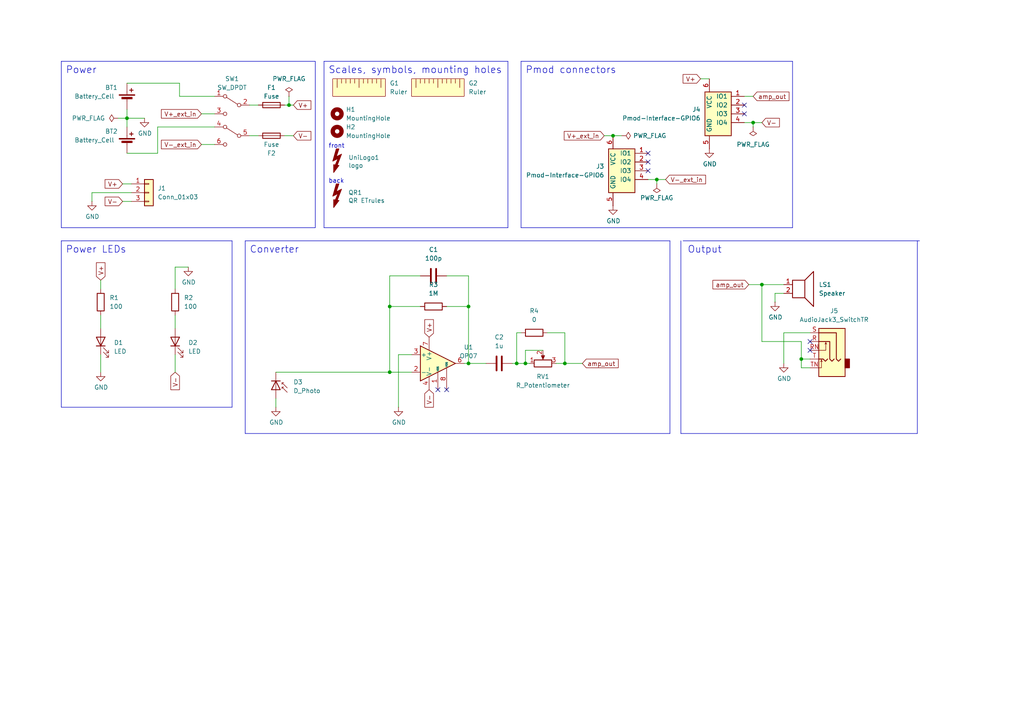
<source format=kicad_sch>
(kicad_sch (version 20231120) (generator "eeschema") (generator_version "8.0")
  (paper "A4")
  (lib_symbols
    (symbol "Amplifier_Operational:OP07" (pin_names (offset 0.127))
      (property "Reference" "U" (at 1.27 6.35 0))
      (property "Value" "OP07" (at 1.27 3.81 0))
      (symbol "OP07_0_1"
        (polyline (pts (xy -5.08 5.08) (xy 5.08 0) (xy -5.08 -5.08) (xy -5.08 5.08)) (stroke (width 0.254)) (fill (type background)))
      )
      (symbol "OP07_1_1"
        (pin input line (at 0 -7.62 90) (length 5.08) (name "VOS") (number "1"))
        (pin input line (at -7.62 -2.54 0) (length 2.54) (name "-") (number "2"))
        (pin input line (at -7.62 2.54 0) (length 2.54) (name "+") (number "3"))
        (pin power_in line (at -2.54 -7.62 90) (length 3.81) (name "V-") (number "4"))
        (pin no_connect line (at 0 2.54 270) (length 2.54) hide (name "NC") (number "5"))
        (pin output line (at 7.62 0 180) (length 2.54) (name "~") (number "6"))
        (pin power_in line (at -2.54 7.62 270) (length 3.81) (name "V+") (number "7"))
        (pin input line (at 2.54 -7.62 90) (length 6.35) (name "VOS") (number "8"))
      )
    )
    (symbol "Connector_Audio:AudioJack3_SwitchTR"
      (property "Reference" "J" (at 0 8.89 0))
      (property "Value" "AudioJack3_SwitchTR" (at 0 6.35 0))
      (symbol "AudioJack3_SwitchTR_0_1"
        (rectangle (start -5.08 -5.08) (end -6.35 -7.62) (stroke (width 0.254)) (fill (type outline)))
        (polyline (pts (xy 0.508 -0.254) (xy 0.762 -0.762)))
        (polyline (pts (xy 1.778 -5.334) (xy 2.032 -5.842)))
        (polyline (pts (xy 0 -5.08) (xy 0.635 -5.715) (xy 1.27 -5.08) (xy 2.54 -5.08)) (stroke (width 0.254)))
        (polyline (pts (xy 2.54 -7.62) (xy 1.778 -7.62) (xy 1.778 -5.334) (xy 1.524 -5.842)))
        (polyline (pts (xy 2.54 -2.54) (xy 0.508 -2.54) (xy 0.508 -0.254) (xy 0.254 -0.762)))
        (polyline (pts (xy -1.905 -5.08) (xy -1.27 -5.715) (xy -0.635 -5.08) (xy -0.635 0) (xy 2.54 0)) (stroke (width 0.254)))
        (polyline (pts (xy 2.54 2.54) (xy -2.54 2.54) (xy -2.54 -5.08) (xy -3.175 -5.715) (xy -3.81 -5.08)) (stroke (width 0.254)))
        (rectangle (start 2.54 3.81) (end -5.08 -10.16) (stroke (width 0.254)) (fill (type background)))
      )
      (symbol "AudioJack3_SwitchTR_1_1"
        (pin passive line (at 5.08 0 180) (length 2.54) (name "~") (number "R"))
        (pin passive line (at 5.08 -2.54 180) (length 2.54) (name "~") (number "RN"))
        (pin passive line (at 5.08 2.54 180) (length 2.54) (name "~") (number "S"))
        (pin passive line (at 5.08 -5.08 180) (length 2.54) (name "~") (number "T"))
        (pin passive line (at 5.08 -7.62 180) (length 2.54) (name "~") (number "TN"))
      )
    )
    (symbol "Connector_Generic:Conn_01x03" (pin_names (offset 1.016) hide)
      (property "Reference" "J" (at 0 5.08 0))
      (property "Value" "Conn_01x03" (at 0 -5.08 0))
      (symbol "Conn_01x03_1_1"
        (rectangle (start -1.27 -2.413) (end 0 -2.667) (stroke (width 0.1524)))
        (rectangle (start -1.27 0.127) (end 0 -0.127) (stroke (width 0.1524)))
        (rectangle (start -1.27 2.667) (end 0 2.413) (stroke (width 0.1524)))
        (rectangle (start -1.27 3.81) (end 1.27 -3.81) (stroke (width 0.254)) (fill (type background)))
        (pin passive line (at -5.08 2.54 0) (length 3.81) (name "Pin_1") (number "1"))
        (pin passive line (at -5.08 0 0) (length 3.81) (name "Pin_2") (number "2"))
        (pin passive line (at -5.08 -2.54 0) (length 3.81) (name "Pin_3") (number "3"))
      )
    )
    (symbol "Device:Battery_Cell" (pin_numbers hide) (pin_names (offset 0) hide)
      (property "Reference" "BT" (at 2.54 2.54 0))
      (property "Value" "Battery_Cell" (at 2.54 0 0))
      (symbol "Battery_Cell_0_1"
        (rectangle (start -2.286 1.778) (end 2.286 1.524) (fill (type outline)))
        (rectangle (start -1.524 1.016) (end 1.524 0.508) (fill (type outline)))
        (polyline (pts (xy 0 0.762) (xy 0 0)))
        (polyline (pts (xy 0 1.778) (xy 0 2.54)))
        (polyline (pts (xy 0.762 3.048) (xy 1.778 3.048)) (stroke (width 0.254)))
        (polyline (pts (xy 1.27 3.556) (xy 1.27 2.54)) (stroke (width 0.254)))
      )
      (symbol "Battery_Cell_1_1"
        (pin passive line (at 0 5.08 270) (length 2.54) (name "+") (number "1"))
        (pin passive line (at 0 -2.54 90) (length 2.54) (name "-") (number "2"))
      )
    )
    (symbol "Device:C" (pin_numbers hide) (pin_names (offset 0.254))
      (property "Reference" "C" (at 0.635 2.54 0))
      (property "Value" "C" (at 0.635 -2.54 0))
      (symbol "C_0_1"
        (polyline (pts (xy -2.032 -0.762) (xy 2.032 -0.762)) (stroke (width 0.508)))
        (polyline (pts (xy -2.032 0.762) (xy 2.032 0.762)) (stroke (width 0.508)))
      )
      (symbol "C_1_1"
        (pin passive line (at 0 3.81 270) (length 2.794) (name "~") (number "1"))
        (pin passive line (at 0 -3.81 90) (length 2.794) (name "~") (number "2"))
      )
    )
    (symbol "Device:D_Photo" (pin_numbers hide) (pin_names hide)
      (property "Reference" "D" (at 0.508 1.778 0))
      (property "Value" "D_Photo" (at -1.016 -2.794 0))
      (symbol "D_Photo_0_1"
        (polyline (pts (xy -2.54 1.27) (xy -2.54 -1.27)) (stroke (width 0.254)))
        (polyline (pts (xy -2.032 1.778) (xy -1.524 1.778)))
        (polyline (pts (xy 0 0) (xy -2.54 0)))
        (polyline (pts (xy -0.508 3.302) (xy -2.032 1.778) (xy -2.032 2.286)))
        (polyline (pts (xy 0 -1.27) (xy 0 1.27) (xy -2.54 0) (xy 0 -1.27)) (stroke (width 0.254)))
        (polyline (pts (xy 0.762 3.302) (xy -0.762 1.778) (xy -0.762 2.286) (xy -0.762 1.778) (xy -0.254 1.778)))
      )
      (symbol "D_Photo_1_1"
        (pin passive line (at -5.08 0 0) (length 2.54) (name "K") (number "1"))
        (pin passive line (at 2.54 0 180) (length 2.54) (name "A") (number "2"))
      )
    )
    (symbol "Device:Fuse" (pin_numbers hide) (pin_names (offset 0))
      (property "Reference" "F" (at 2.032 0 90))
      (property "Value" "Fuse" (at -1.905 0 90))
      (symbol "Fuse_0_1"
        (rectangle (start -0.762 -2.54) (end 0.762 2.54) (stroke (width 0.254)))
        (polyline (pts (xy 0 2.54) (xy 0 -2.54)))
      )
      (symbol "Fuse_1_1"
        (pin passive line (at 0 3.81 270) (length 1.27) (name "~") (number "1"))
        (pin passive line (at 0 -3.81 90) (length 1.27) (name "~") (number "2"))
      )
    )
    (symbol "Device:LED" (pin_numbers hide) (pin_names (offset 1.016) hide)
      (property "Reference" "D" (at 0 2.54 0))
      (property "Value" "LED" (at 0 -2.54 0))
      (symbol "LED_0_1"
        (polyline (pts (xy -1.27 -1.27) (xy -1.27 1.27)) (stroke (width 0.254)))
        (polyline (pts (xy -1.27 0) (xy 1.27 0)))
        (polyline (pts (xy 1.27 -1.27) (xy 1.27 1.27) (xy -1.27 0) (xy 1.27 -1.27)) (stroke (width 0.254)))
        (polyline (pts (xy -3.048 -0.762) (xy -4.572 -2.286) (xy -3.81 -2.286) (xy -4.572 -2.286) (xy -4.572 -1.524)))
        (polyline (pts (xy -1.778 -0.762) (xy -3.302 -2.286) (xy -2.54 -2.286) (xy -3.302 -2.286) (xy -3.302 -1.524)))
      )
      (symbol "LED_1_1"
        (pin passive line (at -3.81 0 0) (length 2.54) (name "K") (number "1"))
        (pin passive line (at 3.81 0 180) (length 2.54) (name "A") (number "2"))
      )
    )
    (symbol "Device:R" (pin_numbers hide) (pin_names (offset 0))
      (property "Reference" "R" (at 2.032 0 90))
      (property "Value" "R" (at 0 0 90))
      (symbol "R_0_1"
        (rectangle (start -1.016 -2.54) (end 1.016 2.54) (stroke (width 0.254)))
      )
      (symbol "R_1_1"
        (pin passive line (at 0 3.81 270) (length 1.27) (name "~") (number "1"))
        (pin passive line (at 0 -3.81 90) (length 1.27) (name "~") (number "2"))
      )
    )
    (symbol "Device:R_Potentiometer" (pin_names (offset 1.016) hide)
      (property "Reference" "RV" (at -4.445 0 90))
      (property "Value" "R_Potentiometer" (at -2.54 0 90))
      (symbol "R_Potentiometer_0_1"
        (polyline (pts (xy 2.54 0) (xy 1.524 0)))
        (polyline (pts (xy 1.143 0) (xy 2.286 0.508) (xy 2.286 -0.508) (xy 1.143 0)) (fill (type outline)))
        (rectangle (start 1.016 2.54) (end -1.016 -2.54) (stroke (width 0.254)))
      )
      (symbol "R_Potentiometer_1_1"
        (pin passive line (at 0 3.81 270) (length 1.27) (name "1") (number "1"))
        (pin passive line (at 3.81 0 180) (length 1.27) (name "2") (number "2"))
        (pin passive line (at 0 -3.81 90) (length 1.27) (name "3") (number "3"))
      )
    )
    (symbol "Device:Speaker" (pin_names (offset 0) hide)
      (property "Reference" "LS" (at 1.27 5.715 0))
      (property "Value" "Speaker" (at 1.27 3.81 0))
      (symbol "Speaker_0_0"
        (rectangle (start -2.54 1.27) (end 1.016 -3.81) (stroke (width 0.254)))
        (polyline (pts (xy 1.016 1.27) (xy 3.556 3.81) (xy 3.556 -6.35) (xy 1.016 -3.81)) (stroke (width 0.254)))
      )
      (symbol "Speaker_1_1"
        (pin input line (at -5.08 0 0) (length 2.54) (name "1") (number "1"))
        (pin input line (at -5.08 -2.54 0) (length 2.54) (name "2") (number "2"))
      )
    )
    (symbol "Graphic:SYM_Flash_Small" (in_bom no) (on_board no)
      (symbol "SYM_Flash_Small_0_1"
        (polyline (pts (xy 0.508 -1.016) (xy -1.016 -0.762) (xy -1.016 -3.048) (xy 0.508 -1.016)) (stroke (width 0.2032)) (fill (type outline)))
        (polyline (pts (xy -0.254 3.81) (xy 0.508 3.81) (xy -0.254 1.524) (xy 1.27 2.286) (xy 0 -1.016) (xy -0.508 -0.762) (xy 0.254 1.016) (xy -1.27 0.254) (xy -0.254 3.81)) (stroke (width 0.2032)) (fill (type outline)))
      )
    )
    (symbol "Mechanical:MountingHole" (pin_names (offset 1.016))
      (property "Reference" "H" (at 0 5.08 0))
      (property "Value" "MountingHole" (at 0 3.175 0))
      (symbol "MountingHole_0_1"
        (circle (center 0 0) (radius 1.27) (stroke (width 1.27)))
      )
    )
    (symbol "SYM_Flash_Small_1" (in_bom no) (on_board no)
      (symbol "SYM_Flash_Small_1_0_1"
        (polyline (pts (xy 0.508 -1.016) (xy -1.016 -0.762) (xy -1.016 -3.048) (xy 0.508 -1.016)) (stroke (width 0.2032)) (fill (type outline)))
        (polyline (pts (xy -0.254 3.81) (xy 0.508 3.81) (xy -0.254 1.524) (xy 1.27 2.286) (xy 0 -1.016) (xy -0.508 -0.762) (xy 0.254 1.016) (xy -1.27 0.254) (xy -0.254 3.81)) (stroke (width 0.2032)) (fill (type outline)))
      )
    )
    (symbol "Pmod-Interface-emt:Pmod-Interface-GPIO6" (pin_names (offset 1.016))
      (property "Reference" "J" (at 0 7.62 0))
      (property "Value" "Pmod-Interface-GPIO6" (at 10.16 -8.89 0))
      (symbol "Pmod-Interface-GPIO6_1_1"
        (rectangle (start 3.81 -6.35) (end -3.81 6.35) (stroke (width 0.254)) (fill (type background)))
        (pin bidirectional line (at 7.62 5.08 180) (length 3.81) (name "IO1") (number "1"))
        (pin bidirectional line (at 7.62 2.54 180) (length 3.81) (name "IO2") (number "2"))
        (pin bidirectional line (at 7.62 0 180) (length 3.81) (name "IO3") (number "3"))
        (pin bidirectional line (at 7.62 -2.54 180) (length 3.81) (name "IO4") (number "4"))
        (pin power_in line (at -2.54 -10.16 90) (length 3.81) (name "GND") (number "5"))
        (pin power_in line (at -2.54 10.16 270) (length 3.81) (name "VCC") (number "6"))
      )
    )
    (symbol "et-ruler-symbols:Ruler" (pin_numbers hide) (pin_names (offset 0) hide)
      (property "Reference" "G" (at 0 5.08 0))
      (property "Value" "Ruler" (at 0 -3.81 0))
      (symbol "Ruler_0_1"
        (rectangle (start -7.62 2.54) (end 7.62 -2.54) (fill (type background)))
        (polyline (pts (xy -6.35 2.54) (xy -6.35 0)))
        (polyline (pts (xy -5.08 2.54) (xy -5.08 1.27)))
        (polyline (pts (xy -3.81 2.54) (xy -3.81 1.27)))
        (polyline (pts (xy -2.54 2.54) (xy -2.54 1.27)))
        (polyline (pts (xy -1.27 2.54) (xy -1.27 1.27)))
        (polyline (pts (xy 0 2.54) (xy 0 0)))
        (polyline (pts (xy 1.27 2.54) (xy 1.27 1.27)))
        (polyline (pts (xy 2.54 2.54) (xy 2.54 1.27)))
        (polyline (pts (xy 3.81 2.54) (xy 3.81 1.27)))
        (polyline (pts (xy 5.08 2.54) (xy 5.08 1.27)))
        (polyline (pts (xy 6.35 2.54) (xy 6.35 0)))
      )
    )
    (symbol "et-ruler-symbols:SW_DPDT" (pin_names (offset 0) hide)
      (property "Reference" "SW" (at 0 9.398 0))
      (property "Value" "SW_DPDT" (at 0 -10.16 0))
      (symbol "SW_DPDT_0_0"
        (circle (center -2.032 -3.81) (radius 0.508))
        (circle (center -2.032 5.08) (radius 0.508))
        (circle (center 2.032 -6.35) (radius 0.508))
        (circle (center 2.032 2.54) (radius 0.508))
      )
      (symbol "SW_DPDT_0_1"
        (polyline (pts (xy -1.524 -3.556) (xy 1.651 -1.524)))
        (polyline (pts (xy -1.524 5.334) (xy 1.651 7.366)))
        (circle (center 2.032 -1.27) (radius 0.508))
        (circle (center 2.032 7.62) (radius 0.508))
      )
      (symbol "SW_DPDT_1_1"
        (pin passive line (at 5.08 7.62 180) (length 2.54) (name "A") (number "1"))
        (pin passive line (at -5.08 5.08 0) (length 2.54) (name "B") (number "2"))
        (pin passive line (at 5.08 2.54 180) (length 2.54) (name "C") (number "3"))
        (pin passive line (at 5.08 -1.27 180) (length 2.54) (name "D") (number "4"))
        (pin passive line (at -5.08 -3.81 0) (length 2.54) (name "E") (number "5"))
        (pin passive line (at 5.08 -6.35 180) (length 2.54) (name "F") (number "6"))
      )
    )
    (symbol "power:GND" (power) (pin_numbers hide) (pin_names (offset 0) hide)
      (property "Value" "GND" (at 0 -3.81 0))
      (symbol "GND_0_1"
        (polyline (pts (xy 0 0) (xy 0 -1.27) (xy 1.27 -1.27) (xy 0 -2.54) (xy -1.27 -1.27) (xy 0 -1.27)))
      )
      (symbol "GND_1_1"
        (pin power_in line (at 0 0 270) (length 0) (name "~") (number "1"))
      )
    )
    (symbol "power:PWR_FLAG" (power) (pin_numbers hide) (pin_names (offset 0) hide)
      (property "Value" "PWR_FLAG" (at 0 3.81 0))
      (symbol "PWR_FLAG_0_0"
        (pin power_out line (at 0 0 90) (length 0) (name "~") (number "1"))
      )
      (symbol "PWR_FLAG_0_1"
        (polyline (pts (xy 0 0) (xy 0 1.27) (xy -1.016 1.905) (xy 0 2.54) (xy 1.016 1.905) (xy 0 1.27)))
      )
    )
  )
  (junction (at 135.89 88.9))
  (junction (at 113.03 88.9))
  (junction (at 83.82 30.48))
  (junction (at 218.44 35.56))
  (junction (at 220.98 82.55))
  (junction (at 163.83 105.41))
  (junction (at 135.89 105.41))
  (junction (at 149.86 105.41))
  (junction (at 177.8 39.37))
  (junction (at 232.41 104.14))
  (junction (at 36.83 34.29))
  (junction (at 113.03 107.95))
  (junction (at 190.5 52.07))
  (junction (at 152.4 105.41))
  (no_connect (at 127 113.03))
  (no_connect (at 187.96 46.99))
  (no_connect (at 215.9 33.02))
  (no_connect (at 129.54 113.03))
  (no_connect (at 215.9 30.48))
  (no_connect (at 234.95 99.06))
  (no_connect (at 187.96 44.45))
  (no_connect (at 234.95 101.6))
  (no_connect (at 187.96 49.53))
  (wire (pts (xy 215.9 27.94) (xy 218.44 27.94)))
  (wire (pts (xy 83.82 30.48) (xy 85.09 30.48)))
  (polyline (pts (xy 93.98 66.04) (xy 147.32 66.04)))
  (wire (pts (xy 177.8 39.37) (xy 180.34 39.37)))
  (polyline (pts (xy 71.12 125.73) (xy 194.31 125.73)))
  (wire (pts (xy 175.26 39.37) (xy 177.8 39.37)))
  (polyline (pts (xy 71.12 69.85) (xy 71.12 125.73)))
  (polyline (pts (xy 197.485 125.73) (xy 266.065 125.73)))
  (polyline (pts (xy 194.31 125.73) (xy 194.31 69.85)))
  (wire (pts (xy 82.55 39.37) (xy 85.09 39.37)))
  (wire (pts (xy 35.56 58.42) (xy 38.1 58.42)))
  (wire (pts (xy 80.01 107.95) (xy 113.03 107.95)))
  (wire (pts (xy 72.39 39.37) (xy 74.93 39.37)))
  (polyline (pts (xy 17.78 69.85) (xy 17.78 118.11)))
  (wire (pts (xy 50.8 77.47) (xy 54.61 77.47)))
  (wire (pts (xy 129.54 88.9) (xy 135.89 88.9)))
  (wire (pts (xy 149.86 105.41) (xy 152.4 105.41)))
  (wire (pts (xy 29.21 81.28) (xy 29.21 83.82)))
  (wire (pts (xy 72.39 30.48) (xy 74.93 30.48)))
  (wire (pts (xy 34.29 34.29) (xy 36.83 34.29)))
  (wire (pts (xy 119.38 102.87) (xy 115.57 102.87)))
  (wire (pts (xy 45.72 44.45) (xy 45.72 36.83)))
  (wire (pts (xy 218.44 35.56) (xy 220.98 35.56)))
  (polyline (pts (xy 67.31 118.11) (xy 67.31 69.85)))
  (wire (pts (xy 217.17 82.55) (xy 220.98 82.55)))
  (polyline (pts (xy 151.13 66.04) (xy 229.87 66.04)))
  (wire (pts (xy 35.56 53.34) (xy 38.1 53.34)))
  (polyline (pts (xy 17.78 118.11) (xy 67.31 118.11)))
  (wire (pts (xy 115.57 102.87) (xy 115.57 118.11)))
  (wire (pts (xy 220.98 99.06) (xy 232.41 99.06)))
  (wire (pts (xy 149.86 96.52) (xy 149.86 105.41)))
  (wire (pts (xy 163.83 96.52) (xy 163.83 105.41)))
  (wire (pts (xy 232.41 99.06) (xy 232.41 104.14)))
  (wire (pts (xy 83.82 27.94) (xy 83.82 30.48)))
  (wire (pts (xy 36.83 34.29) (xy 41.91 34.29)))
  (wire (pts (xy 52.07 27.94) (xy 62.23 27.94)))
  (wire (pts (xy 113.03 88.9) (xy 113.03 107.95)))
  (wire (pts (xy 161.29 105.41) (xy 163.83 105.41)))
  (wire (pts (xy 36.83 44.45) (xy 45.72 44.45)))
  (wire (pts (xy 190.5 52.07) (xy 193.04 52.07)))
  (wire (pts (xy 80.01 115.57) (xy 80.01 118.11)))
  (wire (pts (xy 129.54 80.01) (xy 135.89 80.01)))
  (polyline (pts (xy 198.12 69.85) (xy 266.7 69.85)))
  (wire (pts (xy 152.4 105.41) (xy 153.67 105.41)))
  (wire (pts (xy 220.98 82.55) (xy 220.98 99.06)))
  (wire (pts (xy 82.55 30.48) (xy 83.82 30.48)))
  (wire (pts (xy 220.98 82.55) (xy 227.33 82.55)))
  (wire (pts (xy 134.62 105.41) (xy 135.89 105.41)))
  (polyline (pts (xy 151.13 17.78) (xy 229.87 17.78)))
  (polyline (pts (xy 197.485 69.85) (xy 197.485 125.73)))
  (wire (pts (xy 62.23 33.02) (xy 58.42 33.02)))
  (wire (pts (xy 218.44 35.56) (xy 218.44 36.83)))
  (wire (pts (xy 29.21 102.87) (xy 29.21 107.95)))
  (wire (pts (xy 52.07 24.13) (xy 52.07 27.94)))
  (wire (pts (xy 26.67 55.88) (xy 38.1 55.88)))
  (wire (pts (xy 232.41 106.68) (xy 232.41 104.14)))
  (polyline (pts (xy 229.87 66.04) (xy 229.87 17.78)))
  (polyline (pts (xy 91.44 66.04) (xy 91.44 17.78)))
  (wire (pts (xy 148.59 105.41) (xy 149.86 105.41)))
  (wire (pts (xy 50.8 91.44) (xy 50.8 95.25)))
  (polyline (pts (xy 17.78 17.78) (xy 17.78 66.04)))
  (wire (pts (xy 135.89 80.01) (xy 135.89 88.9)))
  (wire (pts (xy 121.92 80.01) (xy 113.03 80.01)))
  (wire (pts (xy 50.8 77.47) (xy 50.8 83.82)))
  (wire (pts (xy 163.83 105.41) (xy 168.91 105.41)))
  (wire (pts (xy 151.13 96.52) (xy 149.86 96.52)))
  (wire (pts (xy 158.75 96.52) (xy 163.83 96.52)))
  (polyline (pts (xy 17.78 66.04) (xy 91.44 66.04)))
  (polyline (pts (xy 151.13 17.78) (xy 151.13 66.04)))
  (wire (pts (xy 50.8 102.87) (xy 50.8 107.95)))
  (wire (pts (xy 36.83 34.29) (xy 36.83 31.75)))
  (polyline (pts (xy 93.98 17.78) (xy 93.98 66.04)))
  (polyline (pts (xy 266.065 125.73) (xy 266.065 69.85)))
  (polyline (pts (xy 17.78 17.78) (xy 91.44 17.78)))
  (wire (pts (xy 113.03 107.95) (xy 119.38 107.95)))
  (wire (pts (xy 62.23 41.91) (xy 58.42 41.91)))
  (wire (pts (xy 135.89 105.41) (xy 140.97 105.41)))
  (wire (pts (xy 227.33 85.09) (xy 224.79 85.09)))
  (wire (pts (xy 113.03 80.01) (xy 113.03 88.9)))
  (wire (pts (xy 203.2 22.86) (xy 205.74 22.86)))
  (polyline (pts (xy 93.98 17.78) (xy 147.32 17.78)))
  (wire (pts (xy 121.92 88.9) (xy 113.03 88.9)))
  (wire (pts (xy 152.4 101.6) (xy 157.48 101.6)))
  (polyline (pts (xy 147.32 66.04) (xy 147.32 17.78)))
  (polyline (pts (xy 17.78 69.85) (xy 67.31 69.85)))
  (wire (pts (xy 29.21 91.44) (xy 29.21 95.25)))
  (wire (pts (xy 36.83 24.13) (xy 52.07 24.13)))
  (wire (pts (xy 152.4 105.41) (xy 152.4 101.6)))
  (wire (pts (xy 227.33 96.52) (xy 234.95 96.52)))
  (wire (pts (xy 234.95 104.14) (xy 232.41 104.14)))
  (wire (pts (xy 227.33 96.52) (xy 227.33 105.41)))
  (wire (pts (xy 135.89 88.9) (xy 135.89 105.41)))
  (polyline (pts (xy 194.31 69.85) (xy 71.12 69.85)))
  (wire (pts (xy 26.67 58.42) (xy 26.67 55.88)))
  (wire (pts (xy 224.79 85.09) (xy 224.79 87.63)))
  (wire (pts (xy 187.96 52.07) (xy 190.5 52.07)))
  (wire (pts (xy 190.5 52.07) (xy 190.5 53.34)))
  (wire (pts (xy 215.9 35.56) (xy 218.44 35.56)))
  (wire (pts (xy 234.95 106.68) (xy 232.41 106.68)))
  (wire (pts (xy 36.83 34.29) (xy 36.83 36.83)))
  (wire (pts (xy 45.72 36.83) (xy 62.23 36.83)))
  (text "front" (at 95.25 43.18 0) (effects (font (size 1.27 1.27)) (justify left bottom)))
  (text "Power LEDs" (at 19.05 73.66 0) (effects (font (size 2 2)) (justify left bottom)))
  (text "back" (at 95.25 53.34 0) (effects (font (size 1.27 1.27)) (justify left bottom)))
  (text "Power" (at 19.05 21.59 0) (effects (font (size 2 2)) (justify left bottom)))
  (text "Pmod connectors" (at 152.4 21.59 0) (effects (font (size 2 2)) (justify left bottom)))
  (text "Output" (at 199.39 73.66 0) (effects (font (size 2 2)) (justify left bottom)))
  (text "Converter" (at 72.39 73.66 0) (effects (font (size 2 2)) (justify left bottom)))
  (text "Scales, symbols, mounting holes" (at 95.25 21.59 0) (effects (font (size 2 2)) (justify left bottom)))
  (global_label "V+" (shape input) (at 85.09 30.48 0) (property "Intersheetrefs" "${INTERSHEET_REFS}" (effects (hide yes))))
  (global_label "V+" (shape input) (at 35.56 53.34 180) (property "Intersheetrefs" "${INTERSHEET_REFS}" (effects (hide yes))))
  (global_label "V-" (shape input) (at 50.8 107.95 270) (property "Intersheetrefs" "${INTERSHEET_REFS}" (effects (hide yes))))
  (global_label "V+_ext_in" (shape input) (at 175.26 39.37 180) (property "Intersheetrefs" "${INTERSHEET_REFS}" (effects (hide yes))))
  (global_label "V-" (shape input) (at 220.98 35.56 0) (property "Intersheetrefs" "${INTERSHEET_REFS}" (effects (hide yes))))
  (global_label "V-" (shape input) (at 85.09 39.37 0) (property "Intersheetrefs" "${INTERSHEET_REFS}" (effects (hide yes))))
  (global_label "V+" (shape input) (at 29.21 81.28 90) (property "Intersheetrefs" "${INTERSHEET_REFS}" (effects (hide yes))))
  (global_label "V-_ext_in" (shape input) (at 193.04 52.07 0) (property "Intersheetrefs" "${INTERSHEET_REFS}" (effects (hide yes))))
  (global_label "V-" (shape input) (at 124.46 113.03 270) (property "Intersheetrefs" "${INTERSHEET_REFS}" (effects (hide yes))))
  (global_label "amp_out" (shape input) (at 217.17 82.55 180) (property "Intersheetrefs" "${INTERSHEET_REFS}" (effects (hide yes))))
  (global_label "V-" (shape input) (at 35.56 58.42 180) (property "Intersheetrefs" "${INTERSHEET_REFS}" (effects (hide yes))))
  (global_label "V+_ext_in" (shape input) (at 58.42 33.02 180) (property "Intersheetrefs" "${INTERSHEET_REFS}" (effects (hide yes))))
  (global_label "V-_ext_in" (shape input) (at 58.42 41.91 180) (property "Intersheetrefs" "${INTERSHEET_REFS}" (effects (hide yes))))
  (global_label "amp_out" (shape input) (at 168.91 105.41 0) (property "Intersheetrefs" "${INTERSHEET_REFS}" (effects (hide yes))))
  (global_label "amp_out" (shape input) (at 218.44 27.94 0) (property "Intersheetrefs" "${INTERSHEET_REFS}" (effects (hide yes))))
  (global_label "V+" (shape input) (at 124.46 97.79 90) (property "Intersheetrefs" "${INTERSHEET_REFS}" (effects (hide yes))))
  (global_label "V+" (shape input) (at 203.2 22.86 180) (property "Intersheetrefs" "${INTERSHEET_REFS}" (effects (hide yes))))
  (symbol (lib_id "Mechanical:MountingHole") (at 97.79 38.1 0) (unit 1) (in_bom no)
    (property "Reference" "H2" (at 100.33 36.8299 0) (effects (justify left)))
    (property "Value" "MountingHole" (at 100.33 39.3699 0) (effects (justify left)))
    (property "Footprint" "MountingHole:MountingHole_3.2mm_M3" (effects (hide yes)))
  )
  (symbol (lib_id "et-ruler-symbols:Ruler") (at 127 25.4 0) (unit 1) (in_bom no)
    (property "Reference" "G2" (at 135.89 24.1299 0) (effects (justify left)))
    (property "Value" "Ruler" (at 135.89 26.6699 0) (effects (justify left)))
    (property "Footprint" "et-ruler-footprints:Metric_Ruler_160mm_top" (effects (hide yes)))
  )
  (symbol (lib_id "Connector_Generic:Conn_01x03") (at 43.18 55.88 0) (unit 1) (in_bom no)
    (property "Reference" "J1" (at 45.72 54.6099 0) (effects (justify left)))
    (property "Value" "Conn_01x03" (at 45.72 57.1499 0) (effects (justify left)))
    (property "Footprint" "Connector_PinSocket_2.54mm:PinSocket_1x03_P2.54mm_Vertical" (effects (hide yes)))
  )
  (symbol (lib_id "Device:R") (at 125.73 88.9 90) (unit 1)
    (property "Reference" "R3" (at 125.73 82.55 90))
    (property "Value" "1M" (at 125.73 85.09 90))
    (property "Footprint" "Resistor_HYBRID-emt:R_0805_THT_10.16mm_Hybrid" (effects (hide yes)))
  )
  (symbol (lib_id "power:GND") (at 41.91 34.29 0) (unit 1)
    (property "Reference" "#PWR03" (effects (hide yes)))
    (property "Value" "GND" (at 42.037 38.6842 0))
    (property "Description" "Power symbol creates a global label with name \"GND\" , ground" (effects (hide yes)))
  )
  (symbol (lib_name "SYM_Flash_Small_1") (lib_id "Graphic:SYM_Flash_Small") (at 97.79 46.99 0) (unit 1) (in_bom no)
    (property "Reference" "UniLogo1" (at 101.0412 45.6946 0) (effects (justify left)))
    (property "Value" "logo" (at 101.0412 48.006 0) (effects (justify left)))
    (property "Footprint" "Symbol-emt:UPB-Logo_De_15.9X5.6mm" (effects (hide yes)))
    (property "Description" "Flash symbol, small" (effects (hide yes)))
    (property "Sim.Enable" "0" (effects (hide yes)))
  )
  (symbol (lib_id "power:GND") (at 115.57 118.11 0) (unit 1)
    (property "Reference" "#PWR06" (effects (hide yes)))
    (property "Value" "GND" (at 115.697 122.5042 0))
    (property "Description" "Power symbol creates a global label with name \"GND\" , ground" (effects (hide yes)))
  )
  (symbol (lib_id "Device:C") (at 144.78 105.41 90) (unit 1)
    (property "Reference" "C2" (at 144.78 97.79 90))
    (property "Value" "1u" (at 144.78 100.33 90))
    (property "Footprint" "Capacitor_HYBRID-emt:C_0805_THT_5.08mm_Hybrid" (effects (hide yes)))
  )
  (symbol (lib_id "Device:R") (at 50.8 87.63 0) (unit 1)
    (property "Reference" "R2" (at 53.34 86.36 0) (effects (justify left)))
    (property "Value" "100" (at 53.34 88.9 0) (effects (justify left)))
    (property "Footprint" "Resistor_HYBRID-emt:R_0805_THT_10.16mm_Hybrid" (effects (hide yes)))
  )
  (symbol (lib_id "Device:LED") (at 29.21 99.06 90) (unit 1)
    (property "Reference" "D1" (at 33.02 99.3774 90) (effects (justify right)))
    (property "Value" "LED" (at 33.02 101.9174 90) (effects (justify right)))
    (property "Footprint" "LED_HYBRID-emt:LED_THT_SMD_Hybrid_D3.0mm" (effects (hide yes)))
  )
  (symbol (lib_id "Device:Battery_Cell") (at 36.83 29.21 0) (unit 1)
    (property "Reference" "BT1" (at 30.48 25.4 0) (effects (justify left)))
    (property "Value" "Battery_Cell" (at 21.59 27.94 0) (effects (justify left)))
    (property "Footprint" "et-ruler-footprints:BatteryHolder_Keystone_1060_1x2032_adhesive_Hybrid" (effects (hide yes)))
    (property "Description" "Single-cell battery" (effects (hide yes)))
  )
  (symbol (lib_id "Device:D_Photo") (at 80.01 113.03 270) (unit 1)
    (property "Reference" "D3" (at 85.09 110.8074 90) (effects (justify left)))
    (property "Value" "D_Photo" (at 85.09 113.3474 90) (effects (justify left)))
    (property "Footprint" "LED_HYBRID-emt:LED_THT_SMD_Hybrid_D5.0mm" (effects (hide yes)))
  )
  (symbol (lib_id "power:PWR_FLAG") (at 218.44 36.83 180) (unit 1)
    (property "Reference" "#FLG02" (effects (hide yes)))
    (property "Value" "PWR_FLAG" (at 218.44 41.91 0))
    (property "Description" "Special symbol for telling ERC where power comes from" (effects (hide yes)))
  )
  (symbol (lib_id "Device:Fuse") (at 78.74 30.48 90) (mirror x) (unit 1)
    (property "Reference" "F1" (at 78.74 25.4 90))
    (property "Value" "Fuse" (at 78.74 27.94 90))
    (property "Footprint" "Resistor_HYBRID-emt:R_0805_THT_5.08mm_Hybrid" (effects (hide yes)))
  )
  (symbol (lib_id "Device:R") (at 154.94 96.52 90) (unit 1) (in_bom no)
    (property "Reference" "R4" (at 154.94 90.17 90))
    (property "Value" "0" (at 154.94 92.71 90))
    (property "Footprint" "Resistor_HYBRID-emt:R_0805_THT_10.16mm_Hybrid" (effects (hide yes)))
  )
  (symbol (lib_id "power:PWR_FLAG") (at 34.29 34.29 90) (unit 1)
    (property "Reference" "#FLG04" (effects (hide yes)))
    (property "Value" "PWR_FLAG" (at 30.48 34.2899 90) (effects (justify left)))
    (property "Description" "Special symbol for telling ERC where power comes from" (effects (hide yes)))
  )
  (symbol (lib_id "power:GND") (at 205.74 43.18 0) (unit 1)
    (property "Reference" "#PWR09" (effects (hide yes)))
    (property "Value" "GND" (at 205.867 47.5742 0))
    (property "Description" "Power symbol creates a global label with name \"GND\" , ground" (effects (hide yes)))
  )
  (symbol (lib_id "power:GND") (at 224.79 87.63 0) (unit 1)
    (property "Reference" "#PWR07" (effects (hide yes)))
    (property "Value" "GND" (at 224.917 92.0242 0))
    (property "Description" "Power symbol creates a global label with name \"GND\" , ground" (effects (hide yes)))
  )
  (symbol (lib_id "Mechanical:MountingHole") (at 97.79 33.02 0) (unit 1) (in_bom no)
    (property "Reference" "H1" (at 100.33 31.7499 0) (effects (justify left)))
    (property "Value" "MountingHole" (at 100.33 34.2899 0) (effects (justify left)))
    (property "Footprint" "MountingHole:MountingHole_3.2mm_M3" (effects (hide yes)))
  )
  (symbol (lib_id "Graphic:SYM_Flash_Small") (at 97.79 57.15 0) (unit 1) (in_bom no)
    (property "Reference" "QR1" (at 101.0158 55.8546 0) (effects (justify left)))
    (property "Value" "QR ETrules" (at 101.0158 58.166 0) (effects (justify left)))
    (property "Footprint" "Symbol-emt:qr-studiere-et_15x16" (effects (hide yes)))
    (property "Description" "Flash symbol, small" (effects (hide yes)))
    (property "Sim.Enable" "0" (effects (hide yes)))
  )
  (symbol (lib_id "Pmod-Interface-emt:Pmod-Interface-GPIO6") (at 180.34 49.53 0) (unit 1)
    (property "Reference" "J3" (at 175.26 48.26 0) (effects (justify right)))
    (property "Value" "Pmod-Interface-GPIO6" (at 175.26 50.8 0) (effects (justify right)))
    (property "Footprint" "Pmod_Interface-emt:Pmod_Interface_Male6" (effects (hide yes)))
  )
  (symbol (lib_id "power:PWR_FLAG") (at 83.82 27.94 0) (unit 1)
    (property "Reference" "#FLG05" (effects (hide yes)))
    (property "Value" "PWR_FLAG" (at 83.82 22.86 0))
    (property "Description" "Special symbol for telling ERC where power comes from" (effects (hide yes)))
  )
  (symbol (lib_id "power:GND") (at 26.67 58.42 0) (unit 1)
    (property "Reference" "#PWR01" (effects (hide yes)))
    (property "Value" "GND" (at 26.797 62.8142 0))
    (property "Description" "Power symbol creates a global label with name \"GND\" , ground" (effects (hide yes)))
  )
  (symbol (lib_id "Device:C") (at 125.73 80.01 90) (unit 1)
    (property "Reference" "C1" (at 125.73 72.39 90))
    (property "Value" "100p" (at 125.73 74.93 90))
    (property "Footprint" "Capacitor_HYBRID-emt:C_0805_THT_5.08mm_Hybrid" (effects (hide yes)))
  )
  (symbol (lib_id "Pmod-Interface-emt:Pmod-Interface-GPIO6") (at 208.28 33.02 0) (unit 1)
    (property "Reference" "J4" (at 203.2 31.75 0) (effects (justify right)))
    (property "Value" "Pmod-Interface-GPIO6" (at 203.2 34.29 0) (effects (justify right)))
    (property "Footprint" "Pmod_Interface-emt:Pmod_Interface_Female6" (effects (hide yes)))
  )
  (symbol (lib_id "et-ruler-symbols:Ruler") (at 104.14 25.4 0) (unit 1) (in_bom no)
    (property "Reference" "G1" (at 113.03 24.1299 0) (effects (justify left)))
    (property "Value" "Ruler" (at 113.03 26.6699 0) (effects (justify left)))
    (property "Footprint" "et-ruler-footprints:Metric_Ruler_160mm_top" (effects (hide yes)))
  )
  (symbol (lib_id "Device:Battery_Cell") (at 36.83 41.91 0) (unit 1)
    (property "Reference" "BT2" (at 30.48 38.1 0) (effects (justify left)))
    (property "Value" "Battery_Cell" (at 21.59 40.64 0) (effects (justify left)))
    (property "Footprint" "et-ruler-footprints:BatteryHolder_Keystone_1060_1x2032_adhesive_Hybrid" (effects (hide yes)))
    (property "Description" "Single-cell battery" (effects (hide yes)))
  )
  (symbol (lib_id "Connector_Audio:AudioJack3_SwitchTR") (at 240.03 99.06 0) (mirror y) (unit 1)
    (property "Reference" "J5" (at 241.935 90.17 0))
    (property "Value" "AudioJack3_SwitchTR" (at 241.935 92.71 0))
    (property "Footprint" "Connector_Audio:Jack_3.5mm_Ledino_KB3SPRS_Horizontal" (effects (hide yes)))
  )
  (symbol (lib_id "power:GND") (at 29.21 107.95 0) (unit 1)
    (property "Reference" "#PWR02" (effects (hide yes)))
    (property "Value" "GND" (at 29.337 112.3442 0))
    (property "Description" "Power symbol creates a global label with name \"GND\" , ground" (effects (hide yes)))
  )
  (symbol (lib_id "power:GND") (at 177.8 59.69 0) (unit 1)
    (property "Reference" "#PWR08" (effects (hide yes)))
    (property "Value" "GND" (at 177.927 64.0842 0))
    (property "Description" "Power symbol creates a global label with name \"GND\" , ground" (effects (hide yes)))
  )
  (symbol (lib_id "power:PWR_FLAG") (at 190.5 53.34 180) (unit 1)
    (property "Reference" "#FLG01" (effects (hide yes)))
    (property "Value" "PWR_FLAG" (at 195.326 57.404 0) (effects (justify left)))
    (property "Description" "Special symbol for telling ERC where power comes from" (effects (hide yes)))
  )
  (symbol (lib_id "power:GND") (at 227.33 105.41 0) (unit 1)
    (property "Reference" "#PWR010" (effects (hide yes)))
    (property "Value" "GND" (at 227.457 109.8042 0))
    (property "Description" "Power symbol creates a global label with name \"GND\" , ground" (effects (hide yes)))
  )
  (symbol (lib_id "et-ruler-symbols:SW_DPDT") (at 67.31 35.56 0) (mirror y) (unit 1)
    (property "Reference" "SW1" (at 67.31 22.86 0))
    (property "Value" "SW_DPDT" (at 67.31 25.4 0))
    (property "Footprint" "Switch-HYBRID-emt:Switch_DPDT_SMD_THT_Hybrid_P2.54" (effects (hide yes)))
    (property "THT_Reichelt" "https://www.reichelt.de/schiebeschalter-gerade-rm2-54-2x-ein-ein-ss-25146-nh-p105711.html?&trstct=pol_9&nbc=1" (effects (hide yes)))
    (property "SMD_Mouser" "https://www.mouser.de/ProductDetail/CK/JS202011SCQN?qs=LgMIjt8LuD95JYWxZ7NvZA%3D%3D" (effects (hide yes)))
  )
  (symbol (lib_id "power:PWR_FLAG") (at 180.34 39.37 270) (unit 1)
    (property "Reference" "#FLG03" (effects (hide yes)))
    (property "Value" "PWR_FLAG" (at 183.642 39.37 90) (effects (justify left)))
    (property "Description" "Special symbol for telling ERC where power comes from" (effects (hide yes)))
  )
  (symbol (lib_id "Device:R_Potentiometer") (at 157.48 105.41 90) (unit 1)
    (property "Reference" "RV1" (at 157.48 109.22 90))
    (property "Value" "R_Potentiometer" (at 157.48 111.76 90))
    (property "Footprint" "Potentiometer_THT:Potentiometer_ACP_CA14V-15_Vertical" (effects (hide yes)))
    (property "Reichelt" "https://www.reichelt.de/einstellpotentiometer-liegend-5-0-kohm-14-mm-acp-14-l-5k-p110274.html?&trstct=vrt_pdn&nbc=1" (effects (hide yes)))
  )
  (symbol (lib_id "Device:R") (at 29.21 87.63 0) (unit 1)
    (property "Reference" "R1" (at 31.75 86.36 0) (effects (justify left)))
    (property "Value" "100" (at 31.75 88.9 0) (effects (justify left)))
    (property "Footprint" "Resistor_HYBRID-emt:R_0805_THT_10.16mm_Hybrid" (effects (hide yes)))
  )
  (symbol (lib_id "Device:Fuse") (at 78.74 39.37 90) (unit 1)
    (property "Reference" "F2" (at 78.74 44.45 90))
    (property "Value" "Fuse" (at 78.74 41.91 90))
    (property "Footprint" "Resistor_HYBRID-emt:R_0805_THT_5.08mm_Hybrid" (effects (hide yes)))
  )
  (symbol (lib_id "Device:Speaker") (at 232.41 82.55 0) (unit 1)
    (property "Reference" "LS1" (at 237.49 82.5499 0) (effects (justify left)))
    (property "Value" "Speaker" (at 237.49 85.0899 0) (effects (justify left)))
    (property "Footprint" "Connector_PinSocket_2.54mm:PinSocket_1x02_P2.54mm_Horizontal" (effects (hide yes)))
  )
  (symbol (lib_id "Amplifier_Operational:OP07") (at 127 105.41 0) (unit 1)
    (property "Reference" "U1" (at 135.89 100.711 0))
    (property "Value" "OP07" (at 135.89 103.251 0))
    (property "Footprint" "Package_HYBRID-emt:DIP_SMDIP-8_W7.62mm_Socket" (effects (hide yes)))
    (property "Datasheet" "https://www.analog.com/media/en/technical-documentation/data-sheets/OP07.pdf" (effects (hide yes)))
  )
  (symbol (lib_id "power:GND") (at 80.01 118.11 0) (unit 1)
    (property "Reference" "#PWR05" (effects (hide yes)))
    (property "Value" "GND" (at 80.137 122.5042 0))
    (property "Description" "Power symbol creates a global label with name \"GND\" , ground" (effects (hide yes)))
  )
  (symbol (lib_id "power:GND") (at 54.61 77.47 0) (unit 1)
    (property "Reference" "#PWR04" (effects (hide yes)))
    (property "Value" "GND" (at 54.737 81.8642 0))
    (property "Description" "Power symbol creates a global label with name \"GND\" , ground" (effects (hide yes)))
  )
  (symbol (lib_id "Device:LED") (at 50.8 99.06 90) (unit 1)
    (property "Reference" "D2" (at 54.61 99.3774 90) (effects (justify right)))
    (property "Value" "LED" (at 54.61 101.9174 90) (effects (justify right)))
    (property "Footprint" "LED_HYBRID-emt:LED_THT_SMD_Hybrid_D3.0mm" (effects (hide yes)))
  )
)
</source>
